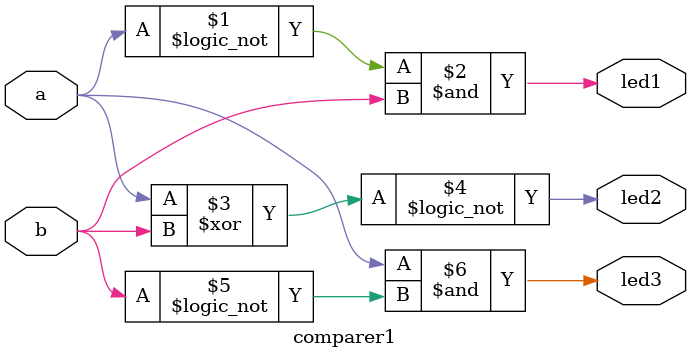
<source format=v>
`timescale 1ns / 1ps

module comparer1(
    input           a       ,      
    input           b       ,
    output          led1    ,  
    output          led2    ,
    output          led3
);
          
assign led1 = (!a)&b;    //a<b
assign led2 = !(a^b);    //a=b
assign led3 = a&(!b);    //a>b

endmodule
</source>
